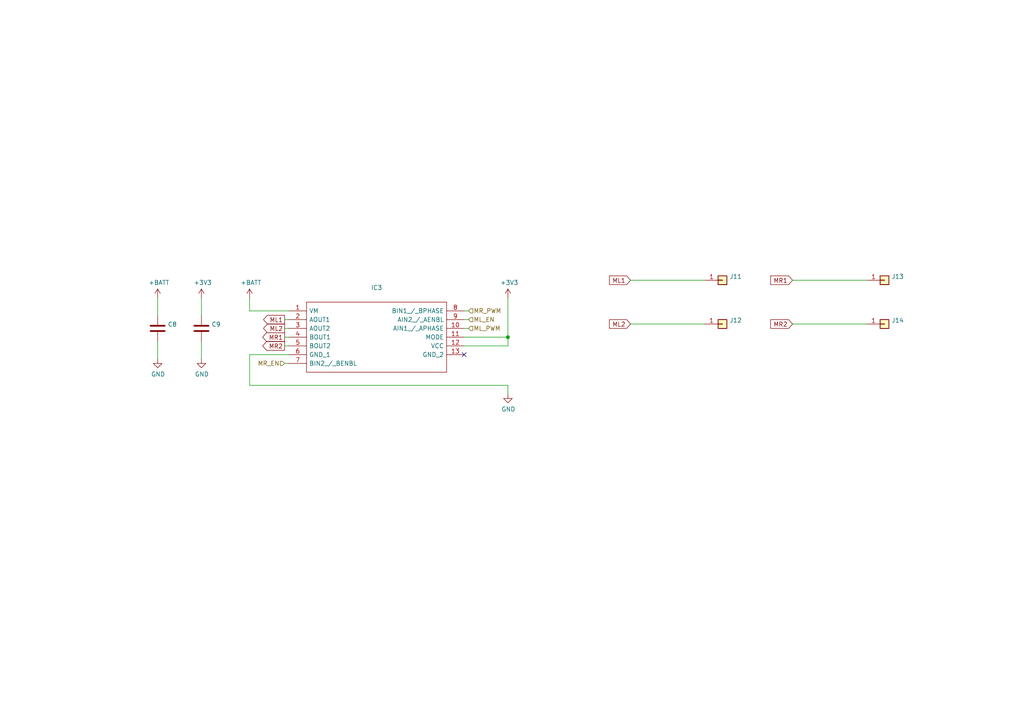
<source format=kicad_sch>
(kicad_sch (version 20211123) (generator eeschema)
  (paper "A4")
  (lib_symbols
    (symbol "Connector_Generic:Conn_01x01" (pin_names (offset 1.016) hide)
      (property "Reference" "J" (at 0 2.54 0))
      (property "Value" "Conn_01x01" (at 0 -2.54 0))
      (symbol "Conn_01x01_1_1"
        (rectangle (start -1.27 0.127) (end 0 -0.127) (stroke (width 0.1524)))
        (rectangle (start -1.27 1.27) (end 1.27 -1.27) (stroke (width 0.254)) (fill (type background)))
        (pin passive line (at -5.08 0 0) (length 3.81) (name "Pin_1") (number "1"))
      )
    )
    (symbol "Device:C" (pin_numbers hide) (pin_names (offset 0.254))
      (property "Reference" "C" (at 0.635 2.54 0))
      (property "Value" "C" (at 0.635 -2.54 0))
      (symbol "C_0_1"
        (polyline (pts (xy -2.032 -0.762) (xy 2.032 -0.762)) (stroke (width 0.508)))
        (polyline (pts (xy -2.032 0.762) (xy 2.032 0.762)) (stroke (width 0.508)))
      )
      (symbol "C_1_1"
        (pin passive line (at 0 3.81 270) (length 2.794) (name "~") (number "1"))
        (pin passive line (at 0 -3.81 90) (length 2.794) (name "~") (number "2"))
      )
    )
    (symbol "lapis-rescue:DRV8835DSSR-SamacSys_Parts" (pin_names (offset 0.762))
      (property "Reference" "IC" (at 46.99 7.62 0))
      (property "Value" "DRV8835DSSR-SamacSys_Parts" (at 46.99 5.08 0))
      (symbol "DRV8835DSSR-SamacSys_Parts_0_0"
        (pin passive line (at 0 0 0) (length 5.08) (name "VM") (number "1"))
        (pin passive line (at 50.8 -5.08 180) (length 5.08) (name "AIN1_/_APHASE") (number "10"))
        (pin passive line (at 50.8 -7.62 180) (length 5.08) (name "MODE") (number "11"))
        (pin passive line (at 50.8 -10.16 180) (length 5.08) (name "VCC") (number "12"))
        (pin passive line (at 50.8 -12.7 180) (length 5.08) (name "GND_2") (number "13"))
        (pin passive line (at 0 -2.54 0) (length 5.08) (name "AOUT1") (number "2"))
        (pin passive line (at 0 -5.08 0) (length 5.08) (name "AOUT2") (number "3"))
        (pin passive line (at 0 -7.62 0) (length 5.08) (name "BOUT1") (number "4"))
        (pin passive line (at 0 -10.16 0) (length 5.08) (name "BOUT2") (number "5"))
        (pin passive line (at 0 -12.7 0) (length 5.08) (name "GND_1") (number "6"))
        (pin passive line (at 0 -15.24 0) (length 5.08) (name "BIN2_/_BENBL") (number "7"))
        (pin passive line (at 50.8 0 180) (length 5.08) (name "BIN1_/_BPHASE") (number "8"))
        (pin passive line (at 50.8 -2.54 180) (length 5.08) (name "AIN2_/_AENBL") (number "9"))
      )
      (symbol "DRV8835DSSR-SamacSys_Parts_0_1"
        (polyline (pts (xy 5.08 2.54) (xy 45.72 2.54) (xy 45.72 -17.78) (xy 5.08 -17.78) (xy 5.08 2.54)) (stroke (width 0.1524)))
      )
    )
    (symbol "power:+3.3V" (power) (pin_names (offset 0))
      (property "Value" "+3.3V" (at 0 3.556 0))
      (symbol "+3.3V_0_1"
        (polyline (pts (xy -0.762 1.27) (xy 0 2.54)))
        (polyline (pts (xy 0 0) (xy 0 2.54)))
        (polyline (pts (xy 0 2.54) (xy 0.762 1.27)))
      )
      (symbol "+3.3V_1_1"
        (pin power_in line (at 0 0 90) (length 0) hide (name "+3V3") (number "1"))
      )
    )
    (symbol "power:+BATT" (power) (pin_names (offset 0))
      (property "Value" "+BATT" (at 0 3.556 0))
      (symbol "+BATT_0_1"
        (polyline (pts (xy -0.762 1.27) (xy 0 2.54)))
        (polyline (pts (xy 0 0) (xy 0 2.54)))
        (polyline (pts (xy 0 2.54) (xy 0.762 1.27)))
      )
      (symbol "+BATT_1_1"
        (pin power_in line (at 0 0 90) (length 0) hide (name "+BATT") (number "1"))
      )
    )
    (symbol "power:GND" (power) (pin_names (offset 0))
      (property "Value" "GND" (at 0 -3.81 0))
      (symbol "GND_0_1"
        (polyline (pts (xy 0 0) (xy 0 -1.27) (xy 1.27 -1.27) (xy 0 -2.54) (xy -1.27 -1.27) (xy 0 -1.27)))
      )
      (symbol "GND_1_1"
        (pin power_in line (at 0 0 270) (length 0) hide (name "GND") (number "1"))
      )
    )
  )
  (junction (at 147.32 97.79))
  (no_connect (at 134.62 102.87))
  (wire (pts (xy 134.62 95.25) (xy 135.89 95.25)))
  (wire (pts (xy 83.82 92.71) (xy 82.55 92.71)))
  (wire (pts (xy 58.42 99.06) (xy 58.42 104.14)))
  (wire (pts (xy 58.42 91.44) (xy 58.42 86.36)))
  (wire (pts (xy 72.39 102.87) (xy 72.39 111.76)))
  (wire (pts (xy 147.32 97.79) (xy 134.62 97.79)))
  (wire (pts (xy 134.62 90.17) (xy 135.89 90.17)))
  (wire (pts (xy 83.82 102.87) (xy 72.39 102.87)))
  (wire (pts (xy 229.87 81.28) (xy 251.46 81.28)))
  (wire (pts (xy 83.82 100.33) (xy 82.55 100.33)))
  (wire (pts (xy 72.39 111.76) (xy 147.32 111.76)))
  (wire (pts (xy 45.72 86.36) (xy 45.72 91.44)))
  (wire (pts (xy 182.88 93.98) (xy 204.47 93.98)))
  (wire (pts (xy 45.72 99.06) (xy 45.72 104.14)))
  (wire (pts (xy 83.82 95.25) (xy 82.55 95.25)))
  (wire (pts (xy 72.39 90.17) (xy 72.39 86.36)))
  (wire (pts (xy 83.82 105.41) (xy 82.55 105.41)))
  (wire (pts (xy 83.82 97.79) (xy 82.55 97.79)))
  (wire (pts (xy 182.88 81.28) (xy 204.47 81.28)))
  (wire (pts (xy 147.32 100.33) (xy 134.62 100.33)))
  (wire (pts (xy 229.87 93.98) (xy 251.46 93.98)))
  (wire (pts (xy 147.32 97.79) (xy 147.32 100.33)))
  (wire (pts (xy 147.32 86.36) (xy 147.32 97.79)))
  (wire (pts (xy 147.32 111.76) (xy 147.32 114.3)))
  (wire (pts (xy 134.62 92.71) (xy 135.89 92.71)))
  (wire (pts (xy 83.82 90.17) (xy 72.39 90.17)))
  (global_label "ML2" (shape output) (at 82.55 95.25 180) (property "Intersheet References" "${INTERSHEET_REFS}" (effects hide)))
  (global_label "MR1" (shape output) (at 82.55 97.79 180) (property "Intersheet References" "${INTERSHEET_REFS}" (effects hide)))
  (global_label "MR1" (shape input) (at 229.87 81.28 180) (property "Intersheet References" "${INTERSHEET_REFS}" (effects hide)))
  (global_label "ML1" (shape input) (at 182.88 81.28 180) (property "Intersheet References" "${INTERSHEET_REFS}" (effects hide)))
  (global_label "MR2" (shape input) (at 229.87 93.98 180) (property "Intersheet References" "${INTERSHEET_REFS}" (effects hide)))
  (global_label "MR2" (shape output) (at 82.55 100.33 180) (property "Intersheet References" "${INTERSHEET_REFS}" (effects hide)))
  (global_label "ML1" (shape output) (at 82.55 92.71 180) (property "Intersheet References" "${INTERSHEET_REFS}" (effects hide)))
  (global_label "ML2" (shape input) (at 182.88 93.98 180) (property "Intersheet References" "${INTERSHEET_REFS}" (effects hide)))
  (hierarchical_label "ML_EN" (shape input) (at 135.89 92.71 0))
  (hierarchical_label "ML_PWM" (shape input) (at 135.89 95.25 0))
  (hierarchical_label "MR_EN" (shape input) (at 82.55 105.41 180))
  (hierarchical_label "MR_PWM" (shape input) (at 135.89 90.17 0))
  (symbol (lib_id "lapis-rescue:DRV8835DSSR-SamacSys_Parts") (at 83.82 90.17 0) (unit 1)
    (property "Reference" "IC3" (at 109.22 83.439 0))
    (property "Datasheet" "http://www.ti.com/general/docs/suppproductinfo.tsp?distId=26&gotoUrl=http%3A%2F%2Fwww.ti.com%2Flit%2Fgpn%2Fdrv8835" (effects hide))
    (property "Description" "Motor / Motion / Ignition Controllers & Drivers 1.5A Low Vlt Stepper Motor" (effects hide))
    (property "Height" "0.8" (effects hide))
    (property "Manufacturer_Name" "Texas Instruments" (effects hide))
    (property "Manufacturer_Part_Number" "DRV8835DSSR" (effects hide))
  )
  (symbol (lib_id "power:+3.3V") (at 147.32 86.36 0) (unit 1)
    (property "Reference" "#PWR0118" (effects hide))
  )
  (symbol (lib_id "power:GND") (at 147.32 114.3 0) (unit 1)
    (property "Reference" "#PWR0119" (effects hide))
  )
  (symbol (lib_id "power:+BATT") (at 72.39 86.36 0) (unit 1)
    (property "Reference" "#PWR0120" (effects hide))
  )
  (symbol (lib_id "power:+BATT") (at 45.72 86.36 0) (unit 1)
    (property "Reference" "#PWR0121" (effects hide))
  )
  (symbol (lib_id "power:+3.3V") (at 58.42 86.36 0) (unit 1)
    (property "Reference" "#PWR0122" (effects hide))
  )
  (symbol (lib_id "Device:C") (at 45.72 95.25 0) (unit 1)
    (property "Reference" "C8" (at 48.641 94.0816 0) (effects (justify left)))
  )
  (symbol (lib_id "Device:C") (at 58.42 95.25 0) (unit 1)
    (property "Reference" "C9" (at 61.341 94.0816 0) (effects (justify left)))
  )
  (symbol (lib_id "power:GND") (at 45.72 104.14 0) (unit 1)
    (property "Reference" "#PWR0123" (effects hide))
  )
  (symbol (lib_id "power:GND") (at 58.42 104.14 0) (unit 1)
    (property "Reference" "#PWR0124" (effects hide))
  )
  (symbol (lib_id "Connector_Generic:Conn_01x01") (at 209.55 81.28 0) (unit 1)
    (property "Reference" "J11" (at 211.582 80.2132 0) (effects (justify left)))
  )
  (symbol (lib_id "Connector_Generic:Conn_01x01") (at 209.55 93.98 0) (unit 1)
    (property "Reference" "J12" (at 211.582 92.9132 0) (effects (justify left)))
  )
  (symbol (lib_id "Connector_Generic:Conn_01x01") (at 256.54 81.28 0) (unit 1)
    (property "Reference" "J13" (at 258.572 80.2132 0) (effects (justify left)))
  )
  (symbol (lib_id "Connector_Generic:Conn_01x01") (at 256.54 93.98 0) (unit 1)
    (property "Reference" "J14" (at 258.572 92.9132 0) (effects (justify left)))
  )
)
</source>
